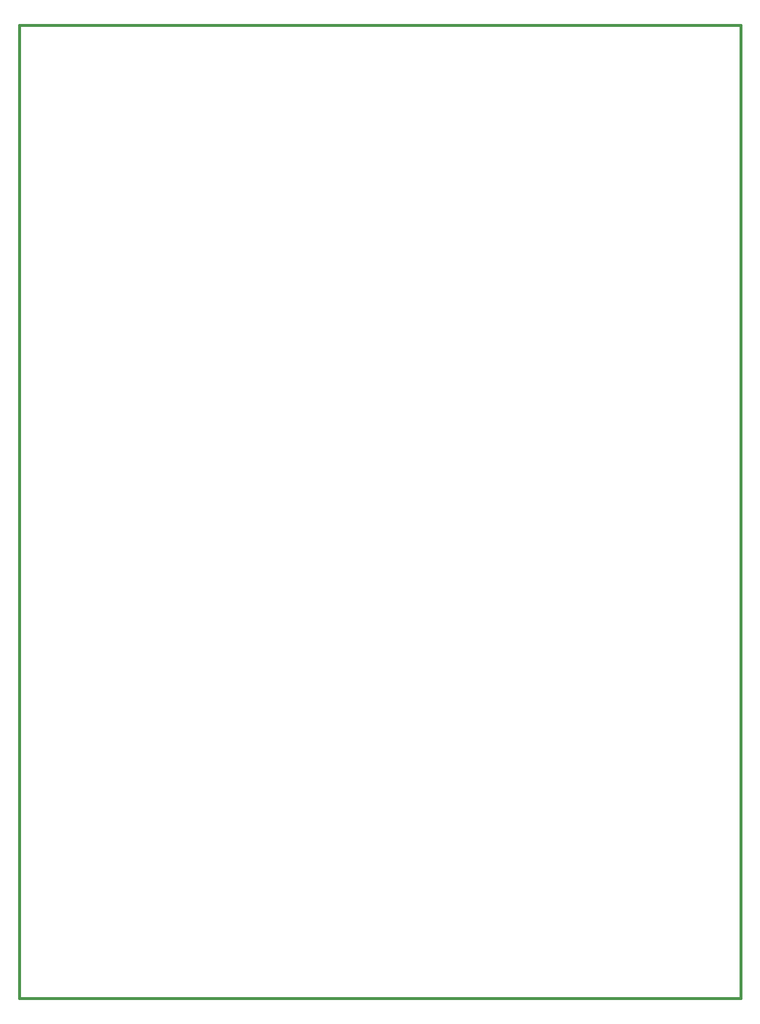
<source format=gbr>
G04 (created by PCBNEW (2013-mar-13)-testing) date Wed 21 Aug 2013 20:34:19 BST*
%MOIN*%
G04 Gerber Fmt 3.4, Leading zero omitted, Abs format*
%FSLAX34Y34*%
G01*
G70*
G90*
G04 APERTURE LIST*
%ADD10C,0.005906*%
%ADD11C,0.015000*%
G04 APERTURE END LIST*
G54D10*
G54D11*
X15236Y-65334D02*
X15236Y-9881D01*
X56358Y-65334D02*
X15236Y-65334D01*
X56358Y-9881D02*
X56358Y-65334D01*
X15236Y-9881D02*
X56358Y-9881D01*
M02*

</source>
